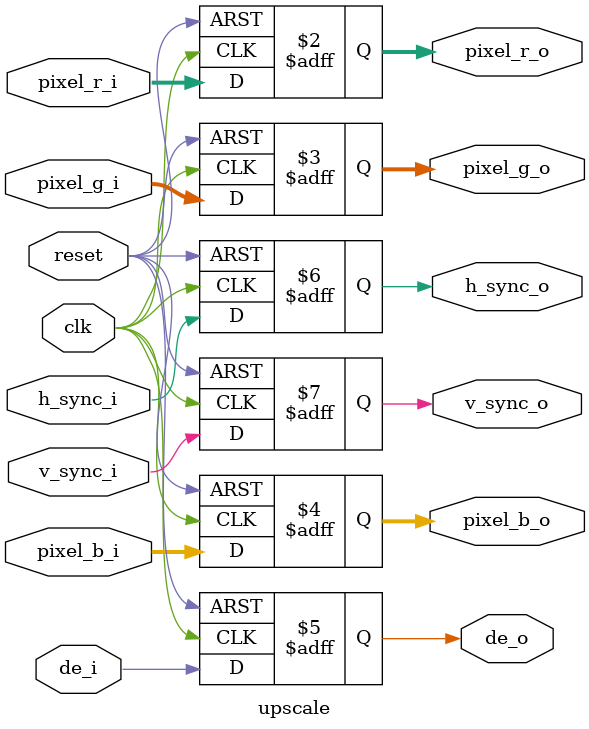
<source format=sv>
`timescale 1ns / 1ps

module upscale (
    input  logic       clk,
    input  logic       reset,
    
    // 원본 RGB 입력 (4비트씩)
    input  logic [3:0] pixel_r_i,
    input  logic [3:0] pixel_g_i,
    input  logic [3:0] pixel_b_i,
    input  logic       de_i,
    input  logic       h_sync_i,
    input  logic       v_sync_i,
    
    // 4비트 RGB444 출력 (업스케일된)
    output logic [3:0] pixel_r_o,
    output logic [3:0] pixel_g_o,
    output logic [3:0] pixel_b_o,
    output logic       de_o,
    output logic       h_sync_o,
    output logic       v_sync_o
);

    // 단순히 원본을 그대로 출력 (QVGA_MemController에서 업스케일 처리)
    always_ff @(posedge clk or posedge reset) begin
        if (reset) begin
            pixel_r_o <= '0;
            pixel_g_o <= '0;
            pixel_b_o <= '0;
            de_o <= '0;
            h_sync_o <= 1'b1;
            v_sync_o <= 1'b1;
        end else begin
            // 모든 신호를 그대로 통과
            de_o <= de_i;
            h_sync_o <= h_sync_i;
            v_sync_o <= v_sync_i;
            
            // 원본 RGB 그대로 (계단식 픽셀)
            pixel_r_o <= pixel_r_i;
            pixel_g_o <= pixel_g_i;
            pixel_b_o <= pixel_b_i;
        end
    end

endmodule

</source>
